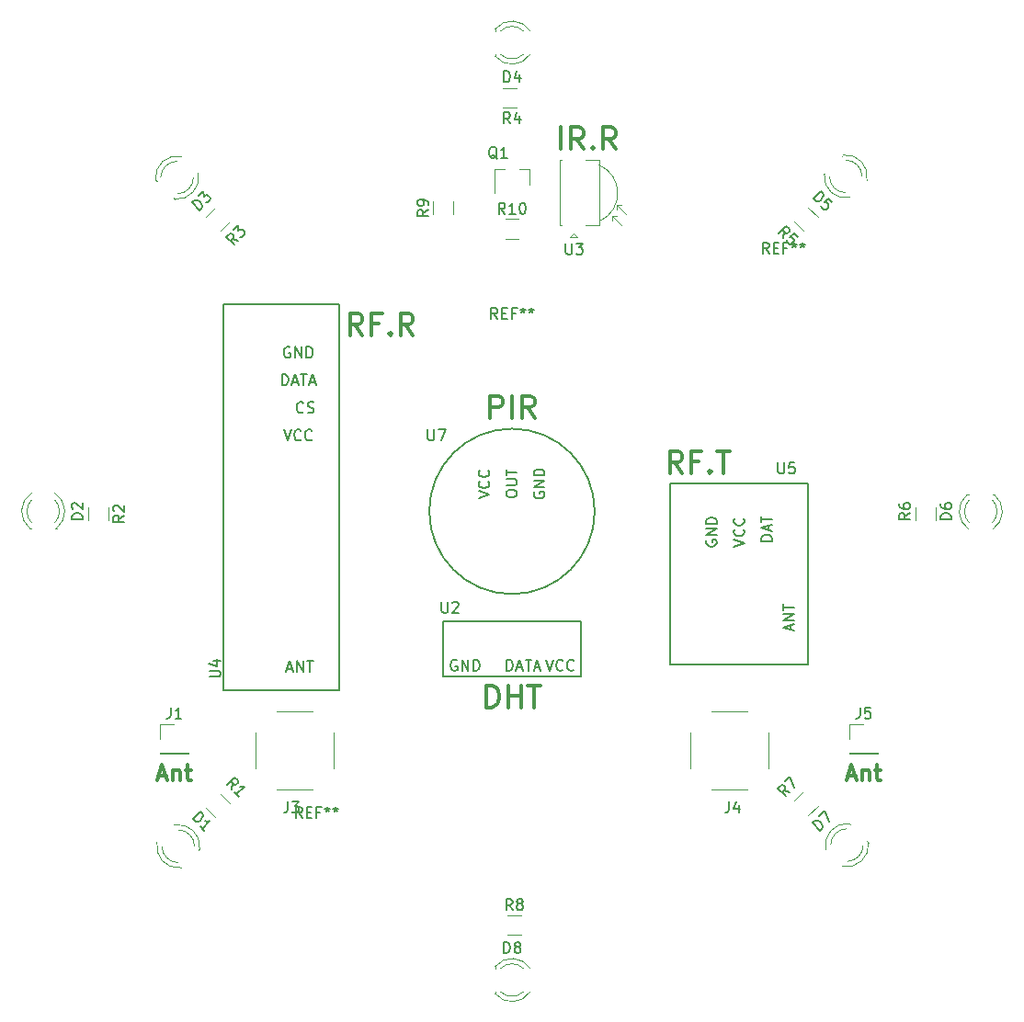
<source format=gbr>
G04 #@! TF.GenerationSoftware,KiCad,Pcbnew,(5.1.4)-1*
G04 #@! TF.CreationDate,2019-09-02T16:39:37+02:00*
G04 #@! TF.ProjectId,OpenMQTTGatewayPCB,4f70656e-4d51-4545-9447-617465776179,1*
G04 #@! TF.SameCoordinates,Original*
G04 #@! TF.FileFunction,Legend,Top*
G04 #@! TF.FilePolarity,Positive*
%FSLAX46Y46*%
G04 Gerber Fmt 4.6, Leading zero omitted, Abs format (unit mm)*
G04 Created by KiCad (PCBNEW (5.1.4)-1) date 2019-09-02 16:39:37*
%MOMM*%
%LPD*%
G04 APERTURE LIST*
%ADD10C,0.300000*%
%ADD11C,0.120000*%
%ADD12C,0.150000*%
G04 APERTURE END LIST*
D10*
X127440714Y-98040000D02*
X128155000Y-98040000D01*
X127297857Y-98468571D02*
X127797857Y-96968571D01*
X128297857Y-98468571D01*
X128797857Y-97468571D02*
X128797857Y-98468571D01*
X128797857Y-97611428D02*
X128869285Y-97540000D01*
X129012142Y-97468571D01*
X129226428Y-97468571D01*
X129369285Y-97540000D01*
X129440714Y-97682857D01*
X129440714Y-98468571D01*
X129940714Y-97468571D02*
X130512142Y-97468571D01*
X130155000Y-96968571D02*
X130155000Y-98254285D01*
X130226428Y-98397142D01*
X130369285Y-98468571D01*
X130512142Y-98468571D01*
X63940714Y-98040000D02*
X64655000Y-98040000D01*
X63797857Y-98468571D02*
X64297857Y-96968571D01*
X64797857Y-98468571D01*
X65297857Y-97468571D02*
X65297857Y-98468571D01*
X65297857Y-97611428D02*
X65369285Y-97540000D01*
X65512142Y-97468571D01*
X65726428Y-97468571D01*
X65869285Y-97540000D01*
X65940714Y-97682857D01*
X65940714Y-98468571D01*
X66440714Y-97468571D02*
X67012142Y-97468571D01*
X66655000Y-96968571D02*
X66655000Y-98254285D01*
X66726428Y-98397142D01*
X66869285Y-98468571D01*
X67012142Y-98468571D01*
X94186666Y-91709761D02*
X94186666Y-89709761D01*
X94662857Y-89709761D01*
X94948571Y-89805000D01*
X95139047Y-89995476D01*
X95234285Y-90185952D01*
X95329523Y-90566904D01*
X95329523Y-90852619D01*
X95234285Y-91233571D01*
X95139047Y-91424047D01*
X94948571Y-91614523D01*
X94662857Y-91709761D01*
X94186666Y-91709761D01*
X96186666Y-91709761D02*
X96186666Y-89709761D01*
X96186666Y-90662142D02*
X97329523Y-90662142D01*
X97329523Y-91709761D02*
X97329523Y-89709761D01*
X97996190Y-89709761D02*
X99139047Y-89709761D01*
X98567619Y-91709761D02*
X98567619Y-89709761D01*
X101028809Y-40274761D02*
X101028809Y-38274761D01*
X103124047Y-40274761D02*
X102457380Y-39322380D01*
X101981190Y-40274761D02*
X101981190Y-38274761D01*
X102743095Y-38274761D01*
X102933571Y-38370000D01*
X103028809Y-38465238D01*
X103124047Y-38655714D01*
X103124047Y-38941428D01*
X103028809Y-39131904D01*
X102933571Y-39227142D01*
X102743095Y-39322380D01*
X101981190Y-39322380D01*
X103981190Y-40084285D02*
X104076428Y-40179523D01*
X103981190Y-40274761D01*
X103885952Y-40179523D01*
X103981190Y-40084285D01*
X103981190Y-40274761D01*
X106076428Y-40274761D02*
X105409761Y-39322380D01*
X104933571Y-40274761D02*
X104933571Y-38274761D01*
X105695476Y-38274761D01*
X105885952Y-38370000D01*
X105981190Y-38465238D01*
X106076428Y-38655714D01*
X106076428Y-38941428D01*
X105981190Y-39131904D01*
X105885952Y-39227142D01*
X105695476Y-39322380D01*
X104933571Y-39322380D01*
X112188809Y-70119761D02*
X111522142Y-69167380D01*
X111045952Y-70119761D02*
X111045952Y-68119761D01*
X111807857Y-68119761D01*
X111998333Y-68215000D01*
X112093571Y-68310238D01*
X112188809Y-68500714D01*
X112188809Y-68786428D01*
X112093571Y-68976904D01*
X111998333Y-69072142D01*
X111807857Y-69167380D01*
X111045952Y-69167380D01*
X113712619Y-69072142D02*
X113045952Y-69072142D01*
X113045952Y-70119761D02*
X113045952Y-68119761D01*
X113998333Y-68119761D01*
X114760238Y-69929285D02*
X114855476Y-70024523D01*
X114760238Y-70119761D01*
X114665000Y-70024523D01*
X114760238Y-69929285D01*
X114760238Y-70119761D01*
X115426904Y-68119761D02*
X116569761Y-68119761D01*
X115998333Y-70119761D02*
X115998333Y-68119761D01*
X82740714Y-57419761D02*
X82074047Y-56467380D01*
X81597857Y-57419761D02*
X81597857Y-55419761D01*
X82359761Y-55419761D01*
X82550238Y-55515000D01*
X82645476Y-55610238D01*
X82740714Y-55800714D01*
X82740714Y-56086428D01*
X82645476Y-56276904D01*
X82550238Y-56372142D01*
X82359761Y-56467380D01*
X81597857Y-56467380D01*
X84264523Y-56372142D02*
X83597857Y-56372142D01*
X83597857Y-57419761D02*
X83597857Y-55419761D01*
X84550238Y-55419761D01*
X85312142Y-57229285D02*
X85407380Y-57324523D01*
X85312142Y-57419761D01*
X85216904Y-57324523D01*
X85312142Y-57229285D01*
X85312142Y-57419761D01*
X87407380Y-57419761D02*
X86740714Y-56467380D01*
X86264523Y-57419761D02*
X86264523Y-55419761D01*
X87026428Y-55419761D01*
X87216904Y-55515000D01*
X87312142Y-55610238D01*
X87407380Y-55800714D01*
X87407380Y-56086428D01*
X87312142Y-56276904D01*
X87216904Y-56372142D01*
X87026428Y-56467380D01*
X86264523Y-56467380D01*
X94520000Y-65039761D02*
X94520000Y-63039761D01*
X95281904Y-63039761D01*
X95472380Y-63135000D01*
X95567619Y-63230238D01*
X95662857Y-63420714D01*
X95662857Y-63706428D01*
X95567619Y-63896904D01*
X95472380Y-63992142D01*
X95281904Y-64087380D01*
X94520000Y-64087380D01*
X96520000Y-65039761D02*
X96520000Y-63039761D01*
X98615238Y-65039761D02*
X97948571Y-64087380D01*
X97472380Y-65039761D02*
X97472380Y-63039761D01*
X98234285Y-63039761D01*
X98424761Y-63135000D01*
X98520000Y-63230238D01*
X98615238Y-63420714D01*
X98615238Y-63706428D01*
X98520000Y-63896904D01*
X98424761Y-63992142D01*
X98234285Y-64087380D01*
X97472380Y-64087380D01*
D11*
X127575000Y-93285000D02*
X128905000Y-93285000D01*
X127575000Y-94615000D02*
X127575000Y-93285000D01*
X127575000Y-95885000D02*
X130235000Y-95885000D01*
X130235000Y-95885000D02*
X130235000Y-95945000D01*
X127575000Y-95885000D02*
X127575000Y-95945000D01*
X127575000Y-95945000D02*
X130235000Y-95945000D01*
X64075000Y-93285000D02*
X65405000Y-93285000D01*
X64075000Y-94615000D02*
X64075000Y-93285000D01*
X64075000Y-95885000D02*
X66735000Y-95885000D01*
X66735000Y-95885000D02*
X66735000Y-95945000D01*
X64075000Y-95885000D02*
X64075000Y-95945000D01*
X64075000Y-95945000D02*
X66735000Y-95945000D01*
X102535000Y-48390000D02*
X102235000Y-48090000D01*
X101835000Y-48390000D02*
X102535000Y-48390000D01*
X102235000Y-48090000D02*
X101835000Y-48390000D01*
X104535000Y-41290000D02*
X103335000Y-41290000D01*
X100935000Y-41290000D02*
X101135000Y-41290000D01*
X100935000Y-47290000D02*
X101135000Y-47290000D01*
X104535000Y-41290000D02*
X104535000Y-47290000D01*
X104535000Y-47290000D02*
X103335000Y-47290000D01*
X100935000Y-41290000D02*
X100935000Y-47290000D01*
X105785000Y-46470000D02*
X105785000Y-46870000D01*
X105785000Y-46470000D02*
X106185000Y-46470000D01*
X105785000Y-46470000D02*
X106585000Y-47270000D01*
X106185000Y-45470000D02*
X106985000Y-46270000D01*
X106185000Y-45470000D02*
X106585000Y-45470000D01*
X106185000Y-45470000D02*
X106185000Y-45870000D01*
X104586321Y-46927685D02*
G75*
G03X104535000Y-41750000I-1151321J2577685D01*
G01*
X95917936Y-48535000D02*
X97122064Y-48535000D01*
X95917936Y-46715000D02*
X97122064Y-46715000D01*
X98100000Y-42150000D02*
X98100000Y-43610000D01*
X94940000Y-42150000D02*
X94940000Y-44310000D01*
X94940000Y-42150000D02*
X95870000Y-42150000D01*
X98100000Y-42150000D02*
X97170000Y-42150000D01*
D12*
X69977000Y-90170000D02*
X80645000Y-90170000D01*
X69977000Y-54610000D02*
X69977000Y-90170000D01*
X80645000Y-54610000D02*
X69977000Y-54610000D01*
X80645000Y-90170000D02*
X80645000Y-54610000D01*
D11*
X120130000Y-94000000D02*
X120130000Y-97320000D01*
X112910000Y-94000000D02*
X112910000Y-97320000D01*
X118180000Y-99270000D02*
X114860000Y-99270000D01*
X118180000Y-92050000D02*
X114860000Y-92050000D01*
X80130000Y-94000000D02*
X80130000Y-97320000D01*
X72910000Y-94000000D02*
X72910000Y-97320000D01*
X78180000Y-99270000D02*
X74860000Y-99270000D01*
X78180000Y-92050000D02*
X74860000Y-92050000D01*
D12*
X123825000Y-71120000D02*
X111125000Y-71120000D01*
X123825000Y-87757000D02*
X123825000Y-71120000D01*
X111125000Y-87757000D02*
X123825000Y-87757000D01*
X111125000Y-71120000D02*
X111125000Y-87757000D01*
D11*
X96135436Y-112670000D02*
X97339564Y-112670000D01*
X96135436Y-110850000D02*
X97339564Y-110850000D01*
X97561130Y-117919837D02*
G75*
G02X95479039Y-117920000I-1041130J1079837D01*
G01*
X97561130Y-115760163D02*
G75*
G03X95479039Y-115760000I-1041130J-1079837D01*
G01*
X98192335Y-117918608D02*
G75*
G02X94960000Y-118075516I-1672335J1078608D01*
G01*
X98192335Y-115761392D02*
G75*
G03X94960000Y-115604484I-1672335J-1078608D01*
G01*
X94960000Y-117920000D02*
X94960000Y-118076000D01*
X94960000Y-115604000D02*
X94960000Y-115760000D01*
D12*
X104140000Y-73660000D02*
G75*
G03X104140000Y-73660000I-7620000J0D01*
G01*
X90170000Y-88900000D02*
X90170000Y-83820000D01*
X102870000Y-88900000D02*
X90170000Y-88900000D01*
X102870000Y-83820000D02*
X102870000Y-88900000D01*
X90170000Y-83820000D02*
X102870000Y-83820000D01*
D11*
X123389077Y-99478988D02*
X122537630Y-100330435D01*
X124676012Y-100765923D02*
X123824565Y-101617370D01*
X133710000Y-73275436D02*
X133710000Y-74479564D01*
X135530000Y-73275436D02*
X135530000Y-74479564D01*
X122537630Y-46989565D02*
X123389077Y-47841012D01*
X123824565Y-45702630D02*
X124676012Y-46554077D01*
X95700436Y-36470000D02*
X96904564Y-36470000D01*
X95700436Y-34650000D02*
X96904564Y-34650000D01*
X69650923Y-47841012D02*
X70502370Y-46989565D01*
X68363988Y-46554077D02*
X69215435Y-45702630D01*
X59330000Y-74479564D02*
X59330000Y-73275436D01*
X57510000Y-74479564D02*
X57510000Y-73275436D01*
X70502370Y-100529077D02*
X69650923Y-99677630D01*
X69215435Y-101816012D02*
X68363988Y-100964565D01*
X91080000Y-46322064D02*
X91080000Y-45117936D01*
X89260000Y-46322064D02*
X89260000Y-45117936D01*
X125872224Y-104375655D02*
G75*
G02X127344370Y-102903280I1499750J-27371D01*
G01*
X127399345Y-105902776D02*
G75*
G03X128871720Y-104430630I-27371J1499750D01*
G01*
X125426762Y-104822854D02*
G75*
G02X127601419Y-102426297I1945212J419828D01*
G01*
X126952146Y-106348238D02*
G75*
G03X129348703Y-104173581I419828J1945212D01*
G01*
X127711386Y-102536264D02*
X127601077Y-102425955D01*
X129349045Y-104173923D02*
X129238736Y-104063614D01*
X138620163Y-74701130D02*
G75*
G02X138620000Y-72619039I1079837J1041130D01*
G01*
X140779837Y-74701130D02*
G75*
G03X140780000Y-72619039I-1079837J1041130D01*
G01*
X138621392Y-75332335D02*
G75*
G02X138464484Y-72100000I1078608J1672335D01*
G01*
X140778608Y-75332335D02*
G75*
G03X140935516Y-72100000I-1078608J1672335D01*
G01*
X138620000Y-72100000D02*
X138464000Y-72100000D01*
X140936000Y-72100000D02*
X140780000Y-72100000D01*
X127235655Y-44307776D02*
G75*
G02X125763280Y-42835630I27371J1499750D01*
G01*
X128762776Y-42780655D02*
G75*
G03X127290630Y-41308280I-1499750J-27371D01*
G01*
X127682854Y-44753238D02*
G75*
G02X125286297Y-42578581I-419828J1945212D01*
G01*
X129208238Y-43227854D02*
G75*
G03X127033581Y-40831297I-1945212J419828D01*
G01*
X125396264Y-42468614D02*
X125285955Y-42578923D01*
X127033923Y-40830955D02*
X126923614Y-40941264D01*
X97561130Y-31559837D02*
G75*
G02X95479039Y-31560000I-1041130J1079837D01*
G01*
X97561130Y-29400163D02*
G75*
G03X95479039Y-29400000I-1041130J-1079837D01*
G01*
X98192335Y-31558608D02*
G75*
G02X94960000Y-31715516I-1672335J1078608D01*
G01*
X98192335Y-29401392D02*
G75*
G03X94960000Y-29244484I-1672335J-1078608D01*
G01*
X94960000Y-31560000D02*
X94960000Y-31716000D01*
X94960000Y-29244000D02*
X94960000Y-29400000D01*
X67167776Y-42944345D02*
G75*
G02X65695630Y-44416720I-1499750J27371D01*
G01*
X65640655Y-41417224D02*
G75*
G03X64168280Y-42889370I27371J-1499750D01*
G01*
X67613238Y-42497146D02*
G75*
G02X65438581Y-44893703I-1945212J-419828D01*
G01*
X66087854Y-40971762D02*
G75*
G03X63691297Y-43146419I-419828J-1945212D01*
G01*
X65328614Y-44783736D02*
X65438923Y-44894045D01*
X63690955Y-43146077D02*
X63801264Y-43256386D01*
X54419837Y-72618870D02*
G75*
G02X54420000Y-74700961I-1079837J-1041130D01*
G01*
X52260163Y-72618870D02*
G75*
G03X52260000Y-74700961I1079837J-1041130D01*
G01*
X54418608Y-71987665D02*
G75*
G02X54575516Y-75220000I-1078608J-1672335D01*
G01*
X52261392Y-71987665D02*
G75*
G03X52104484Y-75220000I1078608J-1672335D01*
G01*
X54420000Y-75220000D02*
X54576000Y-75220000D01*
X52104000Y-75220000D02*
X52260000Y-75220000D01*
X65804345Y-103012224D02*
G75*
G02X67276720Y-104484370I-27371J-1499750D01*
G01*
X64277224Y-104539345D02*
G75*
G03X65749370Y-106011720I1499750J27371D01*
G01*
X65357146Y-102566762D02*
G75*
G02X67753703Y-104741419I419828J-1945212D01*
G01*
X63831762Y-104092146D02*
G75*
G03X66006419Y-106488703I1945212J-419828D01*
G01*
X67643736Y-104851386D02*
X67754045Y-104741077D01*
X66006077Y-106489045D02*
X66116386Y-106378736D01*
D12*
X120186666Y-49912380D02*
X119853333Y-49436190D01*
X119615238Y-49912380D02*
X119615238Y-48912380D01*
X119996190Y-48912380D01*
X120091428Y-48960000D01*
X120139047Y-49007619D01*
X120186666Y-49102857D01*
X120186666Y-49245714D01*
X120139047Y-49340952D01*
X120091428Y-49388571D01*
X119996190Y-49436190D01*
X119615238Y-49436190D01*
X120615238Y-49388571D02*
X120948571Y-49388571D01*
X121091428Y-49912380D02*
X120615238Y-49912380D01*
X120615238Y-48912380D01*
X121091428Y-48912380D01*
X121853333Y-49388571D02*
X121520000Y-49388571D01*
X121520000Y-49912380D02*
X121520000Y-48912380D01*
X121996190Y-48912380D01*
X122520000Y-48912380D02*
X122520000Y-49150476D01*
X122281904Y-49055238D02*
X122520000Y-49150476D01*
X122758095Y-49055238D01*
X122377142Y-49340952D02*
X122520000Y-49150476D01*
X122662857Y-49340952D01*
X123281904Y-48912380D02*
X123281904Y-49150476D01*
X123043809Y-49055238D02*
X123281904Y-49150476D01*
X123520000Y-49055238D01*
X123139047Y-49340952D02*
X123281904Y-49150476D01*
X123424761Y-49340952D01*
X77186666Y-101912380D02*
X76853333Y-101436190D01*
X76615238Y-101912380D02*
X76615238Y-100912380D01*
X76996190Y-100912380D01*
X77091428Y-100960000D01*
X77139047Y-101007619D01*
X77186666Y-101102857D01*
X77186666Y-101245714D01*
X77139047Y-101340952D01*
X77091428Y-101388571D01*
X76996190Y-101436190D01*
X76615238Y-101436190D01*
X77615238Y-101388571D02*
X77948571Y-101388571D01*
X78091428Y-101912380D02*
X77615238Y-101912380D01*
X77615238Y-100912380D01*
X78091428Y-100912380D01*
X78853333Y-101388571D02*
X78520000Y-101388571D01*
X78520000Y-101912380D02*
X78520000Y-100912380D01*
X78996190Y-100912380D01*
X79520000Y-100912380D02*
X79520000Y-101150476D01*
X79281904Y-101055238D02*
X79520000Y-101150476D01*
X79758095Y-101055238D01*
X79377142Y-101340952D02*
X79520000Y-101150476D01*
X79662857Y-101340952D01*
X80281904Y-100912380D02*
X80281904Y-101150476D01*
X80043809Y-101055238D02*
X80281904Y-101150476D01*
X80520000Y-101055238D01*
X80139047Y-101340952D02*
X80281904Y-101150476D01*
X80424761Y-101340952D01*
X95186666Y-55912380D02*
X94853333Y-55436190D01*
X94615238Y-55912380D02*
X94615238Y-54912380D01*
X94996190Y-54912380D01*
X95091428Y-54960000D01*
X95139047Y-55007619D01*
X95186666Y-55102857D01*
X95186666Y-55245714D01*
X95139047Y-55340952D01*
X95091428Y-55388571D01*
X94996190Y-55436190D01*
X94615238Y-55436190D01*
X95615238Y-55388571D02*
X95948571Y-55388571D01*
X96091428Y-55912380D02*
X95615238Y-55912380D01*
X95615238Y-54912380D01*
X96091428Y-54912380D01*
X96853333Y-55388571D02*
X96520000Y-55388571D01*
X96520000Y-55912380D02*
X96520000Y-54912380D01*
X96996190Y-54912380D01*
X97520000Y-54912380D02*
X97520000Y-55150476D01*
X97281904Y-55055238D02*
X97520000Y-55150476D01*
X97758095Y-55055238D01*
X97377142Y-55340952D02*
X97520000Y-55150476D01*
X97662857Y-55340952D01*
X98281904Y-54912380D02*
X98281904Y-55150476D01*
X98043809Y-55055238D02*
X98281904Y-55150476D01*
X98520000Y-55055238D01*
X98139047Y-55340952D02*
X98281904Y-55150476D01*
X98424761Y-55340952D01*
X128571666Y-91737380D02*
X128571666Y-92451666D01*
X128524047Y-92594523D01*
X128428809Y-92689761D01*
X128285952Y-92737380D01*
X128190714Y-92737380D01*
X129524047Y-91737380D02*
X129047857Y-91737380D01*
X129000238Y-92213571D01*
X129047857Y-92165952D01*
X129143095Y-92118333D01*
X129381190Y-92118333D01*
X129476428Y-92165952D01*
X129524047Y-92213571D01*
X129571666Y-92308809D01*
X129571666Y-92546904D01*
X129524047Y-92642142D01*
X129476428Y-92689761D01*
X129381190Y-92737380D01*
X129143095Y-92737380D01*
X129047857Y-92689761D01*
X129000238Y-92642142D01*
X65071666Y-91737380D02*
X65071666Y-92451666D01*
X65024047Y-92594523D01*
X64928809Y-92689761D01*
X64785952Y-92737380D01*
X64690714Y-92737380D01*
X66071666Y-92737380D02*
X65500238Y-92737380D01*
X65785952Y-92737380D02*
X65785952Y-91737380D01*
X65690714Y-91880238D01*
X65595476Y-91975476D01*
X65500238Y-92023095D01*
X101473095Y-48982380D02*
X101473095Y-49791904D01*
X101520714Y-49887142D01*
X101568333Y-49934761D01*
X101663571Y-49982380D01*
X101854047Y-49982380D01*
X101949285Y-49934761D01*
X101996904Y-49887142D01*
X102044523Y-49791904D01*
X102044523Y-48982380D01*
X102425476Y-48982380D02*
X103044523Y-48982380D01*
X102711190Y-49363333D01*
X102854047Y-49363333D01*
X102949285Y-49410952D01*
X102996904Y-49458571D01*
X103044523Y-49553809D01*
X103044523Y-49791904D01*
X102996904Y-49887142D01*
X102949285Y-49934761D01*
X102854047Y-49982380D01*
X102568333Y-49982380D01*
X102473095Y-49934761D01*
X102425476Y-49887142D01*
X95877142Y-46257380D02*
X95543809Y-45781190D01*
X95305714Y-46257380D02*
X95305714Y-45257380D01*
X95686666Y-45257380D01*
X95781904Y-45305000D01*
X95829523Y-45352619D01*
X95877142Y-45447857D01*
X95877142Y-45590714D01*
X95829523Y-45685952D01*
X95781904Y-45733571D01*
X95686666Y-45781190D01*
X95305714Y-45781190D01*
X96829523Y-46257380D02*
X96258095Y-46257380D01*
X96543809Y-46257380D02*
X96543809Y-45257380D01*
X96448571Y-45400238D01*
X96353333Y-45495476D01*
X96258095Y-45543095D01*
X97448571Y-45257380D02*
X97543809Y-45257380D01*
X97639047Y-45305000D01*
X97686666Y-45352619D01*
X97734285Y-45447857D01*
X97781904Y-45638333D01*
X97781904Y-45876428D01*
X97734285Y-46066904D01*
X97686666Y-46162142D01*
X97639047Y-46209761D01*
X97543809Y-46257380D01*
X97448571Y-46257380D01*
X97353333Y-46209761D01*
X97305714Y-46162142D01*
X97258095Y-46066904D01*
X97210476Y-45876428D01*
X97210476Y-45638333D01*
X97258095Y-45447857D01*
X97305714Y-45352619D01*
X97353333Y-45305000D01*
X97448571Y-45257380D01*
X95154761Y-41187619D02*
X95059523Y-41140000D01*
X94964285Y-41044761D01*
X94821428Y-40901904D01*
X94726190Y-40854285D01*
X94630952Y-40854285D01*
X94678571Y-41092380D02*
X94583333Y-41044761D01*
X94488095Y-40949523D01*
X94440476Y-40759047D01*
X94440476Y-40425714D01*
X94488095Y-40235238D01*
X94583333Y-40140000D01*
X94678571Y-40092380D01*
X94869047Y-40092380D01*
X94964285Y-40140000D01*
X95059523Y-40235238D01*
X95107142Y-40425714D01*
X95107142Y-40759047D01*
X95059523Y-40949523D01*
X94964285Y-41044761D01*
X94869047Y-41092380D01*
X94678571Y-41092380D01*
X96059523Y-41092380D02*
X95488095Y-41092380D01*
X95773809Y-41092380D02*
X95773809Y-40092380D01*
X95678571Y-40235238D01*
X95583333Y-40330476D01*
X95488095Y-40378095D01*
X68667380Y-88899904D02*
X69476904Y-88899904D01*
X69572142Y-88852285D01*
X69619761Y-88804666D01*
X69667380Y-88709428D01*
X69667380Y-88518952D01*
X69619761Y-88423714D01*
X69572142Y-88376095D01*
X69476904Y-88328476D01*
X68667380Y-88328476D01*
X69000714Y-87423714D02*
X69667380Y-87423714D01*
X68619761Y-87661809D02*
X69334047Y-87899904D01*
X69334047Y-87280857D01*
X75819142Y-88177666D02*
X76295333Y-88177666D01*
X75723904Y-88463380D02*
X76057238Y-87463380D01*
X76390571Y-88463380D01*
X76723904Y-88463380D02*
X76723904Y-87463380D01*
X77295333Y-88463380D01*
X77295333Y-87463380D01*
X77628666Y-87463380D02*
X78200095Y-87463380D01*
X77914380Y-88463380D02*
X77914380Y-87463380D01*
X76073095Y-58555000D02*
X75977857Y-58507380D01*
X75835000Y-58507380D01*
X75692142Y-58555000D01*
X75596904Y-58650238D01*
X75549285Y-58745476D01*
X75501666Y-58935952D01*
X75501666Y-59078809D01*
X75549285Y-59269285D01*
X75596904Y-59364523D01*
X75692142Y-59459761D01*
X75835000Y-59507380D01*
X75930238Y-59507380D01*
X76073095Y-59459761D01*
X76120714Y-59412142D01*
X76120714Y-59078809D01*
X75930238Y-59078809D01*
X76549285Y-59507380D02*
X76549285Y-58507380D01*
X77120714Y-59507380D01*
X77120714Y-58507380D01*
X77596904Y-59507380D02*
X77596904Y-58507380D01*
X77835000Y-58507380D01*
X77977857Y-58555000D01*
X78073095Y-58650238D01*
X78120714Y-58745476D01*
X78168333Y-58935952D01*
X78168333Y-59078809D01*
X78120714Y-59269285D01*
X78073095Y-59364523D01*
X77977857Y-59459761D01*
X77835000Y-59507380D01*
X77596904Y-59507380D01*
X75501666Y-66127380D02*
X75835000Y-67127380D01*
X76168333Y-66127380D01*
X77073095Y-67032142D02*
X77025476Y-67079761D01*
X76882619Y-67127380D01*
X76787380Y-67127380D01*
X76644523Y-67079761D01*
X76549285Y-66984523D01*
X76501666Y-66889285D01*
X76454047Y-66698809D01*
X76454047Y-66555952D01*
X76501666Y-66365476D01*
X76549285Y-66270238D01*
X76644523Y-66175000D01*
X76787380Y-66127380D01*
X76882619Y-66127380D01*
X77025476Y-66175000D01*
X77073095Y-66222619D01*
X78073095Y-67032142D02*
X78025476Y-67079761D01*
X77882619Y-67127380D01*
X77787380Y-67127380D01*
X77644523Y-67079761D01*
X77549285Y-66984523D01*
X77501666Y-66889285D01*
X77454047Y-66698809D01*
X77454047Y-66555952D01*
X77501666Y-66365476D01*
X77549285Y-66270238D01*
X77644523Y-66175000D01*
X77787380Y-66127380D01*
X77882619Y-66127380D01*
X78025476Y-66175000D01*
X78073095Y-66222619D01*
X77303333Y-64492142D02*
X77255714Y-64539761D01*
X77112857Y-64587380D01*
X77017619Y-64587380D01*
X76874761Y-64539761D01*
X76779523Y-64444523D01*
X76731904Y-64349285D01*
X76684285Y-64158809D01*
X76684285Y-64015952D01*
X76731904Y-63825476D01*
X76779523Y-63730238D01*
X76874761Y-63635000D01*
X77017619Y-63587380D01*
X77112857Y-63587380D01*
X77255714Y-63635000D01*
X77303333Y-63682619D01*
X77684285Y-64539761D02*
X77827142Y-64587380D01*
X78065238Y-64587380D01*
X78160476Y-64539761D01*
X78208095Y-64492142D01*
X78255714Y-64396904D01*
X78255714Y-64301666D01*
X78208095Y-64206428D01*
X78160476Y-64158809D01*
X78065238Y-64111190D01*
X77874761Y-64063571D01*
X77779523Y-64015952D01*
X77731904Y-63968333D01*
X77684285Y-63873095D01*
X77684285Y-63777857D01*
X77731904Y-63682619D01*
X77779523Y-63635000D01*
X77874761Y-63587380D01*
X78112857Y-63587380D01*
X78255714Y-63635000D01*
X76073095Y-58555000D02*
X75977857Y-58507380D01*
X75835000Y-58507380D01*
X75692142Y-58555000D01*
X75596904Y-58650238D01*
X75549285Y-58745476D01*
X75501666Y-58935952D01*
X75501666Y-59078809D01*
X75549285Y-59269285D01*
X75596904Y-59364523D01*
X75692142Y-59459761D01*
X75835000Y-59507380D01*
X75930238Y-59507380D01*
X76073095Y-59459761D01*
X76120714Y-59412142D01*
X76120714Y-59078809D01*
X75930238Y-59078809D01*
X76549285Y-59507380D02*
X76549285Y-58507380D01*
X77120714Y-59507380D01*
X77120714Y-58507380D01*
X77596904Y-59507380D02*
X77596904Y-58507380D01*
X77835000Y-58507380D01*
X77977857Y-58555000D01*
X78073095Y-58650238D01*
X78120714Y-58745476D01*
X78168333Y-58935952D01*
X78168333Y-59078809D01*
X78120714Y-59269285D01*
X78073095Y-59364523D01*
X77977857Y-59459761D01*
X77835000Y-59507380D01*
X77596904Y-59507380D01*
X75335000Y-62047380D02*
X75335000Y-61047380D01*
X75573095Y-61047380D01*
X75715952Y-61095000D01*
X75811190Y-61190238D01*
X75858809Y-61285476D01*
X75906428Y-61475952D01*
X75906428Y-61618809D01*
X75858809Y-61809285D01*
X75811190Y-61904523D01*
X75715952Y-61999761D01*
X75573095Y-62047380D01*
X75335000Y-62047380D01*
X76287380Y-61761666D02*
X76763571Y-61761666D01*
X76192142Y-62047380D02*
X76525476Y-61047380D01*
X76858809Y-62047380D01*
X77049285Y-61047380D02*
X77620714Y-61047380D01*
X77335000Y-62047380D02*
X77335000Y-61047380D01*
X77906428Y-61761666D02*
X78382619Y-61761666D01*
X77811190Y-62047380D02*
X78144523Y-61047380D01*
X78477857Y-62047380D01*
X116506666Y-100417380D02*
X116506666Y-101131666D01*
X116459047Y-101274523D01*
X116363809Y-101369761D01*
X116220952Y-101417380D01*
X116125714Y-101417380D01*
X117411428Y-100750714D02*
X117411428Y-101417380D01*
X117173333Y-100369761D02*
X116935238Y-101084047D01*
X117554285Y-101084047D01*
X75866666Y-100417380D02*
X75866666Y-101131666D01*
X75819047Y-101274523D01*
X75723809Y-101369761D01*
X75580952Y-101417380D01*
X75485714Y-101417380D01*
X76247619Y-100417380D02*
X76866666Y-100417380D01*
X76533333Y-100798333D01*
X76676190Y-100798333D01*
X76771428Y-100845952D01*
X76819047Y-100893571D01*
X76866666Y-100988809D01*
X76866666Y-101226904D01*
X76819047Y-101322142D01*
X76771428Y-101369761D01*
X76676190Y-101417380D01*
X76390476Y-101417380D01*
X76295238Y-101369761D01*
X76247619Y-101322142D01*
X121031095Y-69175380D02*
X121031095Y-69984904D01*
X121078714Y-70080142D01*
X121126333Y-70127761D01*
X121221571Y-70175380D01*
X121412047Y-70175380D01*
X121507285Y-70127761D01*
X121554904Y-70080142D01*
X121602523Y-69984904D01*
X121602523Y-69175380D01*
X122554904Y-69175380D02*
X122078714Y-69175380D01*
X122031095Y-69651571D01*
X122078714Y-69603952D01*
X122173952Y-69556333D01*
X122412047Y-69556333D01*
X122507285Y-69603952D01*
X122554904Y-69651571D01*
X122602523Y-69746809D01*
X122602523Y-69984904D01*
X122554904Y-70080142D01*
X122507285Y-70127761D01*
X122412047Y-70175380D01*
X122173952Y-70175380D01*
X122078714Y-70127761D01*
X122031095Y-70080142D01*
X122213666Y-84581857D02*
X122213666Y-84105666D01*
X122499380Y-84677095D02*
X121499380Y-84343761D01*
X122499380Y-84010428D01*
X122499380Y-83677095D02*
X121499380Y-83677095D01*
X122499380Y-83105666D01*
X121499380Y-83105666D01*
X121499380Y-82772333D02*
X121499380Y-82200904D01*
X122499380Y-82486619D02*
X121499380Y-82486619D01*
X116927380Y-76898333D02*
X117927380Y-76565000D01*
X116927380Y-76231666D01*
X117832142Y-75326904D02*
X117879761Y-75374523D01*
X117927380Y-75517380D01*
X117927380Y-75612619D01*
X117879761Y-75755476D01*
X117784523Y-75850714D01*
X117689285Y-75898333D01*
X117498809Y-75945952D01*
X117355952Y-75945952D01*
X117165476Y-75898333D01*
X117070238Y-75850714D01*
X116975000Y-75755476D01*
X116927380Y-75612619D01*
X116927380Y-75517380D01*
X116975000Y-75374523D01*
X117022619Y-75326904D01*
X117832142Y-74326904D02*
X117879761Y-74374523D01*
X117927380Y-74517380D01*
X117927380Y-74612619D01*
X117879761Y-74755476D01*
X117784523Y-74850714D01*
X117689285Y-74898333D01*
X117498809Y-74945952D01*
X117355952Y-74945952D01*
X117165476Y-74898333D01*
X117070238Y-74850714D01*
X116975000Y-74755476D01*
X116927380Y-74612619D01*
X116927380Y-74517380D01*
X116975000Y-74374523D01*
X117022619Y-74326904D01*
X120467380Y-76382428D02*
X119467380Y-76382428D01*
X119467380Y-76144333D01*
X119515000Y-76001476D01*
X119610238Y-75906238D01*
X119705476Y-75858619D01*
X119895952Y-75811000D01*
X120038809Y-75811000D01*
X120229285Y-75858619D01*
X120324523Y-75906238D01*
X120419761Y-76001476D01*
X120467380Y-76144333D01*
X120467380Y-76382428D01*
X120181666Y-75430047D02*
X120181666Y-74953857D01*
X120467380Y-75525285D02*
X119467380Y-75191952D01*
X120467380Y-74858619D01*
X119467380Y-74668142D02*
X119467380Y-74096714D01*
X120467380Y-74382428D02*
X119467380Y-74382428D01*
X114435000Y-76326904D02*
X114387380Y-76422142D01*
X114387380Y-76565000D01*
X114435000Y-76707857D01*
X114530238Y-76803095D01*
X114625476Y-76850714D01*
X114815952Y-76898333D01*
X114958809Y-76898333D01*
X115149285Y-76850714D01*
X115244523Y-76803095D01*
X115339761Y-76707857D01*
X115387380Y-76565000D01*
X115387380Y-76469761D01*
X115339761Y-76326904D01*
X115292142Y-76279285D01*
X114958809Y-76279285D01*
X114958809Y-76469761D01*
X115387380Y-75850714D02*
X114387380Y-75850714D01*
X115387380Y-75279285D01*
X114387380Y-75279285D01*
X115387380Y-74803095D02*
X114387380Y-74803095D01*
X114387380Y-74565000D01*
X114435000Y-74422142D01*
X114530238Y-74326904D01*
X114625476Y-74279285D01*
X114815952Y-74231666D01*
X114958809Y-74231666D01*
X115149285Y-74279285D01*
X115244523Y-74326904D01*
X115339761Y-74422142D01*
X115387380Y-74565000D01*
X115387380Y-74803095D01*
X96570833Y-110392380D02*
X96237500Y-109916190D01*
X95999404Y-110392380D02*
X95999404Y-109392380D01*
X96380357Y-109392380D01*
X96475595Y-109440000D01*
X96523214Y-109487619D01*
X96570833Y-109582857D01*
X96570833Y-109725714D01*
X96523214Y-109820952D01*
X96475595Y-109868571D01*
X96380357Y-109916190D01*
X95999404Y-109916190D01*
X97142261Y-109820952D02*
X97047023Y-109773333D01*
X96999404Y-109725714D01*
X96951785Y-109630476D01*
X96951785Y-109582857D01*
X96999404Y-109487619D01*
X97047023Y-109440000D01*
X97142261Y-109392380D01*
X97332738Y-109392380D01*
X97427976Y-109440000D01*
X97475595Y-109487619D01*
X97523214Y-109582857D01*
X97523214Y-109630476D01*
X97475595Y-109725714D01*
X97427976Y-109773333D01*
X97332738Y-109820952D01*
X97142261Y-109820952D01*
X97047023Y-109868571D01*
X96999404Y-109916190D01*
X96951785Y-110011428D01*
X96951785Y-110201904D01*
X96999404Y-110297142D01*
X97047023Y-110344761D01*
X97142261Y-110392380D01*
X97332738Y-110392380D01*
X97427976Y-110344761D01*
X97475595Y-110297142D01*
X97523214Y-110201904D01*
X97523214Y-110011428D01*
X97475595Y-109916190D01*
X97427976Y-109868571D01*
X97332738Y-109820952D01*
X95781904Y-114332380D02*
X95781904Y-113332380D01*
X96020000Y-113332380D01*
X96162857Y-113380000D01*
X96258095Y-113475238D01*
X96305714Y-113570476D01*
X96353333Y-113760952D01*
X96353333Y-113903809D01*
X96305714Y-114094285D01*
X96258095Y-114189523D01*
X96162857Y-114284761D01*
X96020000Y-114332380D01*
X95781904Y-114332380D01*
X96924761Y-113760952D02*
X96829523Y-113713333D01*
X96781904Y-113665714D01*
X96734285Y-113570476D01*
X96734285Y-113522857D01*
X96781904Y-113427619D01*
X96829523Y-113380000D01*
X96924761Y-113332380D01*
X97115238Y-113332380D01*
X97210476Y-113380000D01*
X97258095Y-113427619D01*
X97305714Y-113522857D01*
X97305714Y-113570476D01*
X97258095Y-113665714D01*
X97210476Y-113713333D01*
X97115238Y-113760952D01*
X96924761Y-113760952D01*
X96829523Y-113808571D01*
X96781904Y-113856190D01*
X96734285Y-113951428D01*
X96734285Y-114141904D01*
X96781904Y-114237142D01*
X96829523Y-114284761D01*
X96924761Y-114332380D01*
X97115238Y-114332380D01*
X97210476Y-114284761D01*
X97258095Y-114237142D01*
X97305714Y-114141904D01*
X97305714Y-113951428D01*
X97258095Y-113856190D01*
X97210476Y-113808571D01*
X97115238Y-113760952D01*
X88773095Y-66127380D02*
X88773095Y-66936904D01*
X88820714Y-67032142D01*
X88868333Y-67079761D01*
X88963571Y-67127380D01*
X89154047Y-67127380D01*
X89249285Y-67079761D01*
X89296904Y-67032142D01*
X89344523Y-66936904D01*
X89344523Y-66127380D01*
X89725476Y-66127380D02*
X90392142Y-66127380D01*
X89963571Y-67127380D01*
X93432380Y-72453333D02*
X94432380Y-72120000D01*
X93432380Y-71786666D01*
X94337142Y-70881904D02*
X94384761Y-70929523D01*
X94432380Y-71072380D01*
X94432380Y-71167619D01*
X94384761Y-71310476D01*
X94289523Y-71405714D01*
X94194285Y-71453333D01*
X94003809Y-71500952D01*
X93860952Y-71500952D01*
X93670476Y-71453333D01*
X93575238Y-71405714D01*
X93480000Y-71310476D01*
X93432380Y-71167619D01*
X93432380Y-71072380D01*
X93480000Y-70929523D01*
X93527619Y-70881904D01*
X94337142Y-69881904D02*
X94384761Y-69929523D01*
X94432380Y-70072380D01*
X94432380Y-70167619D01*
X94384761Y-70310476D01*
X94289523Y-70405714D01*
X94194285Y-70453333D01*
X94003809Y-70500952D01*
X93860952Y-70500952D01*
X93670476Y-70453333D01*
X93575238Y-70405714D01*
X93480000Y-70310476D01*
X93432380Y-70167619D01*
X93432380Y-70072380D01*
X93480000Y-69929523D01*
X93527619Y-69881904D01*
X95972380Y-72120000D02*
X95972380Y-71929523D01*
X96020000Y-71834285D01*
X96115238Y-71739047D01*
X96305714Y-71691428D01*
X96639047Y-71691428D01*
X96829523Y-71739047D01*
X96924761Y-71834285D01*
X96972380Y-71929523D01*
X96972380Y-72120000D01*
X96924761Y-72215238D01*
X96829523Y-72310476D01*
X96639047Y-72358095D01*
X96305714Y-72358095D01*
X96115238Y-72310476D01*
X96020000Y-72215238D01*
X95972380Y-72120000D01*
X95972380Y-71262857D02*
X96781904Y-71262857D01*
X96877142Y-71215238D01*
X96924761Y-71167619D01*
X96972380Y-71072380D01*
X96972380Y-70881904D01*
X96924761Y-70786666D01*
X96877142Y-70739047D01*
X96781904Y-70691428D01*
X95972380Y-70691428D01*
X95972380Y-70358095D02*
X95972380Y-69786666D01*
X96972380Y-70072380D02*
X95972380Y-70072380D01*
X98560000Y-71881904D02*
X98512380Y-71977142D01*
X98512380Y-72120000D01*
X98560000Y-72262857D01*
X98655238Y-72358095D01*
X98750476Y-72405714D01*
X98940952Y-72453333D01*
X99083809Y-72453333D01*
X99274285Y-72405714D01*
X99369523Y-72358095D01*
X99464761Y-72262857D01*
X99512380Y-72120000D01*
X99512380Y-72024761D01*
X99464761Y-71881904D01*
X99417142Y-71834285D01*
X99083809Y-71834285D01*
X99083809Y-72024761D01*
X99512380Y-71405714D02*
X98512380Y-71405714D01*
X99512380Y-70834285D01*
X98512380Y-70834285D01*
X99512380Y-70358095D02*
X98512380Y-70358095D01*
X98512380Y-70120000D01*
X98560000Y-69977142D01*
X98655238Y-69881904D01*
X98750476Y-69834285D01*
X98940952Y-69786666D01*
X99083809Y-69786666D01*
X99274285Y-69834285D01*
X99369523Y-69881904D01*
X99464761Y-69977142D01*
X99512380Y-70120000D01*
X99512380Y-70358095D01*
X90043095Y-82002380D02*
X90043095Y-82811904D01*
X90090714Y-82907142D01*
X90138333Y-82954761D01*
X90233571Y-83002380D01*
X90424047Y-83002380D01*
X90519285Y-82954761D01*
X90566904Y-82907142D01*
X90614523Y-82811904D01*
X90614523Y-82002380D01*
X91043095Y-82097619D02*
X91090714Y-82050000D01*
X91185952Y-82002380D01*
X91424047Y-82002380D01*
X91519285Y-82050000D01*
X91566904Y-82097619D01*
X91614523Y-82192857D01*
X91614523Y-82288095D01*
X91566904Y-82430952D01*
X90995476Y-83002380D01*
X91614523Y-83002380D01*
X96036000Y-88336380D02*
X96036000Y-87336380D01*
X96274095Y-87336380D01*
X96416952Y-87384000D01*
X96512190Y-87479238D01*
X96559809Y-87574476D01*
X96607428Y-87764952D01*
X96607428Y-87907809D01*
X96559809Y-88098285D01*
X96512190Y-88193523D01*
X96416952Y-88288761D01*
X96274095Y-88336380D01*
X96036000Y-88336380D01*
X96988380Y-88050666D02*
X97464571Y-88050666D01*
X96893142Y-88336380D02*
X97226476Y-87336380D01*
X97559809Y-88336380D01*
X97750285Y-87336380D02*
X98321714Y-87336380D01*
X98036000Y-88336380D02*
X98036000Y-87336380D01*
X98607428Y-88050666D02*
X99083619Y-88050666D01*
X98512190Y-88336380D02*
X98845523Y-87336380D01*
X99178857Y-88336380D01*
X91440095Y-87384000D02*
X91344857Y-87336380D01*
X91202000Y-87336380D01*
X91059142Y-87384000D01*
X90963904Y-87479238D01*
X90916285Y-87574476D01*
X90868666Y-87764952D01*
X90868666Y-87907809D01*
X90916285Y-88098285D01*
X90963904Y-88193523D01*
X91059142Y-88288761D01*
X91202000Y-88336380D01*
X91297238Y-88336380D01*
X91440095Y-88288761D01*
X91487714Y-88241142D01*
X91487714Y-87907809D01*
X91297238Y-87907809D01*
X91916285Y-88336380D02*
X91916285Y-87336380D01*
X92487714Y-88336380D01*
X92487714Y-87336380D01*
X92963904Y-88336380D02*
X92963904Y-87336380D01*
X93202000Y-87336380D01*
X93344857Y-87384000D01*
X93440095Y-87479238D01*
X93487714Y-87574476D01*
X93535333Y-87764952D01*
X93535333Y-87907809D01*
X93487714Y-88098285D01*
X93440095Y-88193523D01*
X93344857Y-88288761D01*
X93202000Y-88336380D01*
X92963904Y-88336380D01*
X99631666Y-87336380D02*
X99965000Y-88336380D01*
X100298333Y-87336380D01*
X101203095Y-88241142D02*
X101155476Y-88288761D01*
X101012619Y-88336380D01*
X100917380Y-88336380D01*
X100774523Y-88288761D01*
X100679285Y-88193523D01*
X100631666Y-88098285D01*
X100584047Y-87907809D01*
X100584047Y-87764952D01*
X100631666Y-87574476D01*
X100679285Y-87479238D01*
X100774523Y-87384000D01*
X100917380Y-87336380D01*
X101012619Y-87336380D01*
X101155476Y-87384000D01*
X101203095Y-87431619D01*
X102203095Y-88241142D02*
X102155476Y-88288761D01*
X102012619Y-88336380D01*
X101917380Y-88336380D01*
X101774523Y-88288761D01*
X101679285Y-88193523D01*
X101631666Y-88098285D01*
X101584047Y-87907809D01*
X101584047Y-87764952D01*
X101631666Y-87574476D01*
X101679285Y-87479238D01*
X101774523Y-87384000D01*
X101917380Y-87336380D01*
X102012619Y-87336380D01*
X102155476Y-87384000D01*
X102203095Y-87431619D01*
X122122030Y-99497732D02*
X121549610Y-99396717D01*
X121717969Y-99901793D02*
X121010862Y-99194687D01*
X121280236Y-98925312D01*
X121381251Y-98891641D01*
X121448595Y-98891641D01*
X121549610Y-98925312D01*
X121650625Y-99026328D01*
X121684297Y-99127343D01*
X121684297Y-99194687D01*
X121650625Y-99295702D01*
X121381251Y-99565076D01*
X121650625Y-98554923D02*
X122122030Y-98083519D01*
X122526091Y-99093671D01*
X133167380Y-73826666D02*
X132691190Y-74160000D01*
X133167380Y-74398095D02*
X132167380Y-74398095D01*
X132167380Y-74017142D01*
X132215000Y-73921904D01*
X132262619Y-73874285D01*
X132357857Y-73826666D01*
X132500714Y-73826666D01*
X132595952Y-73874285D01*
X132643571Y-73921904D01*
X132691190Y-74017142D01*
X132691190Y-74398095D01*
X132167380Y-72969523D02*
X132167380Y-73160000D01*
X132215000Y-73255238D01*
X132262619Y-73302857D01*
X132405476Y-73398095D01*
X132595952Y-73445714D01*
X132976904Y-73445714D01*
X133072142Y-73398095D01*
X133119761Y-73350476D01*
X133167380Y-73255238D01*
X133167380Y-73064761D01*
X133119761Y-72969523D01*
X133072142Y-72921904D01*
X132976904Y-72874285D01*
X132738809Y-72874285D01*
X132643571Y-72921904D01*
X132595952Y-72969523D01*
X132548333Y-73064761D01*
X132548333Y-73255238D01*
X132595952Y-73350476D01*
X132643571Y-73398095D01*
X132738809Y-73445714D01*
X121482267Y-48462030D02*
X121583282Y-47889610D01*
X121078206Y-48057969D02*
X121785312Y-47350862D01*
X122054687Y-47620236D01*
X122088358Y-47721251D01*
X122088358Y-47788595D01*
X122054687Y-47889610D01*
X121953671Y-47990625D01*
X121852656Y-48024297D01*
X121785312Y-48024297D01*
X121684297Y-47990625D01*
X121414923Y-47721251D01*
X122829137Y-48394687D02*
X122492419Y-48057969D01*
X122122030Y-48361015D01*
X122189374Y-48361015D01*
X122290389Y-48394687D01*
X122458748Y-48563045D01*
X122492419Y-48664061D01*
X122492419Y-48731404D01*
X122458748Y-48832419D01*
X122290389Y-49000778D01*
X122189374Y-49034450D01*
X122122030Y-49034450D01*
X122021015Y-49000778D01*
X121852656Y-48832419D01*
X121818984Y-48731404D01*
X121818984Y-48664061D01*
X96353333Y-37917380D02*
X96020000Y-37441190D01*
X95781904Y-37917380D02*
X95781904Y-36917380D01*
X96162857Y-36917380D01*
X96258095Y-36965000D01*
X96305714Y-37012619D01*
X96353333Y-37107857D01*
X96353333Y-37250714D01*
X96305714Y-37345952D01*
X96258095Y-37393571D01*
X96162857Y-37441190D01*
X95781904Y-37441190D01*
X97210476Y-37250714D02*
X97210476Y-37917380D01*
X96972380Y-36869761D02*
X96734285Y-37584047D01*
X97353333Y-37584047D01*
X71322030Y-48697732D02*
X70749610Y-48596717D01*
X70917969Y-49101793D02*
X70210862Y-48394687D01*
X70480236Y-48125312D01*
X70581251Y-48091641D01*
X70648595Y-48091641D01*
X70749610Y-48125312D01*
X70850625Y-48226328D01*
X70884297Y-48327343D01*
X70884297Y-48394687D01*
X70850625Y-48495702D01*
X70581251Y-48765076D01*
X70850625Y-47754923D02*
X71288358Y-47317190D01*
X71322030Y-47822267D01*
X71423045Y-47721251D01*
X71524061Y-47687580D01*
X71591404Y-47687580D01*
X71692419Y-47721251D01*
X71860778Y-47889610D01*
X71894450Y-47990625D01*
X71894450Y-48057969D01*
X71860778Y-48158984D01*
X71658748Y-48361015D01*
X71557732Y-48394687D01*
X71490389Y-48394687D01*
X60777380Y-74044166D02*
X60301190Y-74377500D01*
X60777380Y-74615595D02*
X59777380Y-74615595D01*
X59777380Y-74234642D01*
X59825000Y-74139404D01*
X59872619Y-74091785D01*
X59967857Y-74044166D01*
X60110714Y-74044166D01*
X60205952Y-74091785D01*
X60253571Y-74139404D01*
X60301190Y-74234642D01*
X60301190Y-74615595D01*
X59872619Y-73663214D02*
X59825000Y-73615595D01*
X59777380Y-73520357D01*
X59777380Y-73282261D01*
X59825000Y-73187023D01*
X59872619Y-73139404D01*
X59967857Y-73091785D01*
X60063095Y-73091785D01*
X60205952Y-73139404D01*
X60777380Y-73710833D01*
X60777380Y-73091785D01*
X70682267Y-99262030D02*
X70783282Y-98689610D01*
X70278206Y-98857969D02*
X70985312Y-98150862D01*
X71254687Y-98420236D01*
X71288358Y-98521251D01*
X71288358Y-98588595D01*
X71254687Y-98689610D01*
X71153671Y-98790625D01*
X71052656Y-98824297D01*
X70985312Y-98824297D01*
X70884297Y-98790625D01*
X70614923Y-98521251D01*
X71355702Y-99935465D02*
X70951641Y-99531404D01*
X71153671Y-99733435D02*
X71860778Y-99026328D01*
X71692419Y-99060000D01*
X71557732Y-99060000D01*
X71456717Y-99026328D01*
X88802380Y-45886666D02*
X88326190Y-46220000D01*
X88802380Y-46458095D02*
X87802380Y-46458095D01*
X87802380Y-46077142D01*
X87850000Y-45981904D01*
X87897619Y-45934285D01*
X87992857Y-45886666D01*
X88135714Y-45886666D01*
X88230952Y-45934285D01*
X88278571Y-45981904D01*
X88326190Y-46077142D01*
X88326190Y-46458095D01*
X88802380Y-45410476D02*
X88802380Y-45220000D01*
X88754761Y-45124761D01*
X88707142Y-45077142D01*
X88564285Y-44981904D01*
X88373809Y-44934285D01*
X87992857Y-44934285D01*
X87897619Y-44981904D01*
X87850000Y-45029523D01*
X87802380Y-45124761D01*
X87802380Y-45315238D01*
X87850000Y-45410476D01*
X87897619Y-45458095D01*
X87992857Y-45505714D01*
X88230952Y-45505714D01*
X88326190Y-45458095D01*
X88373809Y-45410476D01*
X88421428Y-45315238D01*
X88421428Y-45124761D01*
X88373809Y-45029523D01*
X88326190Y-44981904D01*
X88230952Y-44934285D01*
X124892969Y-103076792D02*
X124185862Y-102369686D01*
X124354221Y-102201327D01*
X124488908Y-102133983D01*
X124623595Y-102133983D01*
X124724610Y-102167655D01*
X124892969Y-102268670D01*
X124993984Y-102369686D01*
X125095000Y-102538044D01*
X125128671Y-102639060D01*
X125128671Y-102773747D01*
X125061328Y-102908434D01*
X124892969Y-103076792D01*
X124825625Y-101729922D02*
X125297030Y-101258518D01*
X125701091Y-102268670D01*
X136977380Y-74398095D02*
X135977380Y-74398095D01*
X135977380Y-74160000D01*
X136025000Y-74017142D01*
X136120238Y-73921904D01*
X136215476Y-73874285D01*
X136405952Y-73826666D01*
X136548809Y-73826666D01*
X136739285Y-73874285D01*
X136834523Y-73921904D01*
X136929761Y-74017142D01*
X136977380Y-74160000D01*
X136977380Y-74398095D01*
X135977380Y-72969523D02*
X135977380Y-73160000D01*
X136025000Y-73255238D01*
X136072619Y-73302857D01*
X136215476Y-73398095D01*
X136405952Y-73445714D01*
X136786904Y-73445714D01*
X136882142Y-73398095D01*
X136929761Y-73350476D01*
X136977380Y-73255238D01*
X136977380Y-73064761D01*
X136929761Y-72969523D01*
X136882142Y-72921904D01*
X136786904Y-72874285D01*
X136548809Y-72874285D01*
X136453571Y-72921904D01*
X136405952Y-72969523D01*
X136358333Y-73064761D01*
X136358333Y-73255238D01*
X136405952Y-73350476D01*
X136453571Y-73398095D01*
X136548809Y-73445714D01*
X124253205Y-44882969D02*
X124960311Y-44175862D01*
X125128670Y-44344221D01*
X125196014Y-44478908D01*
X125196014Y-44613595D01*
X125162342Y-44714610D01*
X125061327Y-44882969D01*
X124960311Y-44983984D01*
X124791953Y-45085000D01*
X124690937Y-45118671D01*
X124556250Y-45118671D01*
X124421563Y-45051328D01*
X124253205Y-44882969D01*
X126004136Y-45219687D02*
X125667418Y-44882969D01*
X125297029Y-45186015D01*
X125364373Y-45186015D01*
X125465388Y-45219687D01*
X125633747Y-45388045D01*
X125667418Y-45489061D01*
X125667418Y-45556404D01*
X125633747Y-45657419D01*
X125465388Y-45825778D01*
X125364373Y-45859450D01*
X125297029Y-45859450D01*
X125196014Y-45825778D01*
X125027655Y-45657419D01*
X124993983Y-45556404D01*
X124993983Y-45489061D01*
X95781904Y-34107380D02*
X95781904Y-33107380D01*
X96020000Y-33107380D01*
X96162857Y-33155000D01*
X96258095Y-33250238D01*
X96305714Y-33345476D01*
X96353333Y-33535952D01*
X96353333Y-33678809D01*
X96305714Y-33869285D01*
X96258095Y-33964523D01*
X96162857Y-34059761D01*
X96020000Y-34107380D01*
X95781904Y-34107380D01*
X97210476Y-33440714D02*
X97210476Y-34107380D01*
X96972380Y-33059761D02*
X96734285Y-33774047D01*
X97353333Y-33774047D01*
X67742969Y-45926794D02*
X67035862Y-45219688D01*
X67204221Y-45051329D01*
X67338908Y-44983985D01*
X67473595Y-44983985D01*
X67574610Y-45017657D01*
X67742969Y-45118672D01*
X67843984Y-45219688D01*
X67945000Y-45388046D01*
X67978671Y-45489062D01*
X67978671Y-45623749D01*
X67911328Y-45758436D01*
X67742969Y-45926794D01*
X67675625Y-44579924D02*
X68113358Y-44142191D01*
X68147030Y-44647268D01*
X68248045Y-44546252D01*
X68349061Y-44512581D01*
X68416404Y-44512581D01*
X68517419Y-44546252D01*
X68685778Y-44714611D01*
X68719450Y-44815626D01*
X68719450Y-44882970D01*
X68685778Y-44983985D01*
X68483748Y-45186016D01*
X68382732Y-45219688D01*
X68315389Y-45219688D01*
X56967380Y-74398095D02*
X55967380Y-74398095D01*
X55967380Y-74160000D01*
X56015000Y-74017142D01*
X56110238Y-73921904D01*
X56205476Y-73874285D01*
X56395952Y-73826666D01*
X56538809Y-73826666D01*
X56729285Y-73874285D01*
X56824523Y-73921904D01*
X56919761Y-74017142D01*
X56967380Y-74160000D01*
X56967380Y-74398095D01*
X56062619Y-73445714D02*
X56015000Y-73398095D01*
X55967380Y-73302857D01*
X55967380Y-73064761D01*
X56015000Y-72969523D01*
X56062619Y-72921904D01*
X56157857Y-72874285D01*
X56253095Y-72874285D01*
X56395952Y-72921904D01*
X56967380Y-73493333D01*
X56967380Y-72874285D01*
X67103207Y-102032969D02*
X67810313Y-101325862D01*
X67978672Y-101494221D01*
X68046016Y-101628908D01*
X68046016Y-101763595D01*
X68012344Y-101864610D01*
X67911329Y-102032969D01*
X67810313Y-102133984D01*
X67641955Y-102235000D01*
X67540939Y-102268671D01*
X67406252Y-102268671D01*
X67271565Y-102201328D01*
X67103207Y-102032969D01*
X68180703Y-103110465D02*
X67776642Y-102706404D01*
X67978672Y-102908435D02*
X68685779Y-102201328D01*
X68517420Y-102235000D01*
X68382733Y-102235000D01*
X68281718Y-102201328D01*
M02*

</source>
